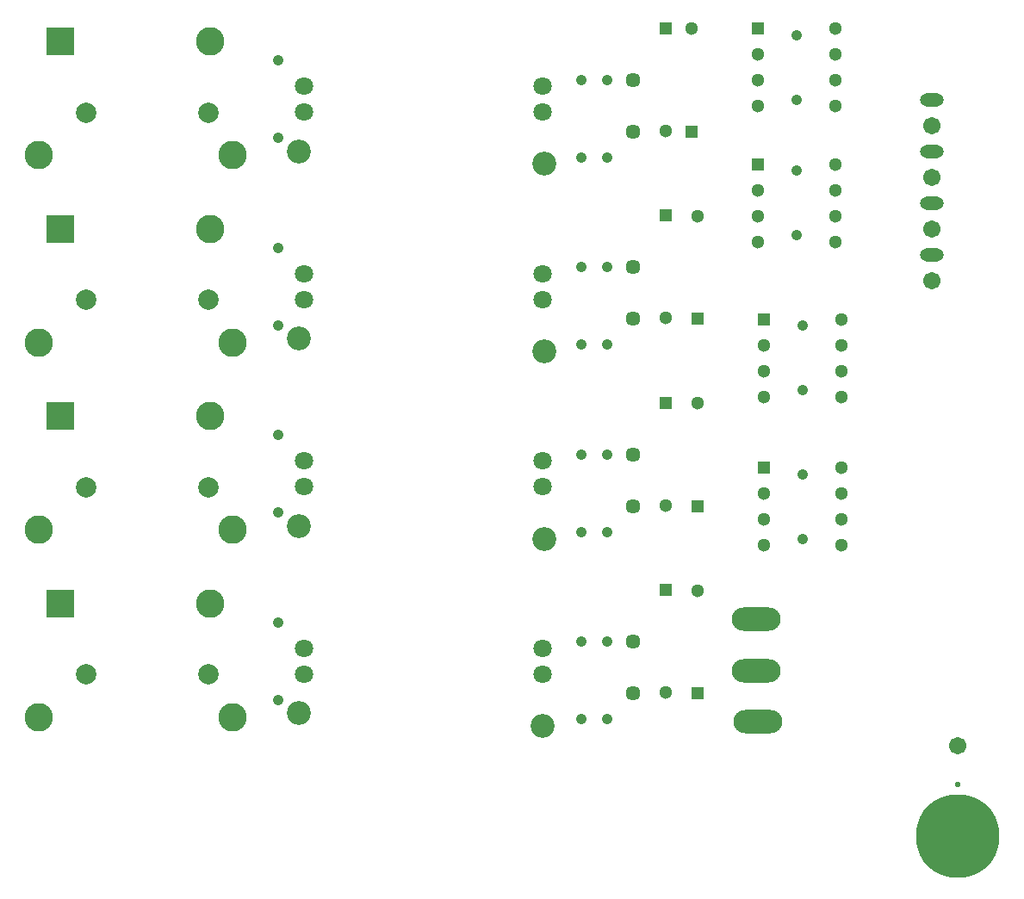
<source format=gbr>
G04 DipTrace 4.3.0.1*
G04 TopPaste.gbr*
%MOMM*%
G04 #@! TF.FileFunction,Paste,Top*
G04 #@! TF.Part,Single*
%ADD24C,2.0*%
%ADD43C,2.34*%
%ADD45C,1.705*%
%ADD47O,4.8X2.3*%
%ADD50C,0.55*%
%ADD52C,2.8*%
%ADD54R,2.8X2.8*%
%ADD56C,1.07*%
%ADD58C,1.07*%
%ADD59C,1.8*%
%ADD61C,8.2*%
%ADD63C,1.3*%
%ADD65R,1.3X1.3*%
%ADD67C,1.45*%
%ADD69O,2.34X1.3*%
%FSLAX35Y35*%
G04*
G71*
G90*
G75*
G01*
G04 TopPaste*
%LPD*%
D69*
X4191000Y2794000D3*
Y2286000D3*
Y1778000D3*
D67*
X1252000Y2481000D3*
Y2989000D3*
D65*
X1823500Y2481000D3*
D63*
Y3491000D3*
D65*
X1569500Y3497000D3*
D63*
Y2487000D3*
D61*
X4445000Y-4445000D3*
D59*
X-1986500Y2925500D3*
Y2671500D3*
X363000Y2925500D3*
Y2671500D3*
D58*
X-2240500Y3179500D3*
D56*
Y2417500D3*
D58*
X744000Y2227000D3*
D56*
Y2989000D3*
D58*
X998000D3*
D56*
Y2227000D3*
D54*
X-4381500Y3365500D3*
D52*
X-2901500D3*
X-4591500Y2245500D3*
X-2681500D3*
D50*
X4445000Y-3937000D3*
D67*
X1252000Y639500D3*
Y1147500D3*
D65*
X1887000Y639500D3*
D63*
Y1649500D3*
D65*
X1569500Y1655500D3*
D63*
Y645500D3*
D59*
X-1986500Y1084000D3*
Y830000D3*
X363000Y1084000D3*
Y830000D3*
D58*
X-2240500Y1338000D3*
D56*
Y576000D3*
D58*
X744000Y385500D3*
D56*
Y1147500D3*
D58*
X998000D3*
D56*
Y385500D3*
D54*
X-4381500Y1524000D3*
D52*
X-2901500D3*
X-4591500Y404000D3*
X-2681500D3*
D67*
X1252000Y-1202000D3*
Y-694000D3*
D65*
X1887000Y-1202000D3*
D63*
Y-192000D3*
D65*
X1569500Y-186000D3*
D63*
Y-1196000D3*
D59*
X-1986500Y-757500D3*
Y-1011500D3*
X363000Y-757500D3*
Y-1011500D3*
D58*
X-2240500Y-503500D3*
D56*
Y-1265500D3*
D58*
X744000Y-1456000D3*
D56*
Y-694000D3*
D58*
X998000D3*
D56*
Y-1456000D3*
D54*
X-4381500Y-317500D3*
D52*
X-2901500D3*
X-4591500Y-1437500D3*
X-2681500D3*
D67*
X1252000Y-3043500D3*
Y-2535500D3*
D65*
X1887000Y-3043500D3*
D63*
Y-2033500D3*
D65*
X1569500Y-2027500D3*
D63*
Y-3037500D3*
D59*
X-1986500Y-2599000D3*
Y-2853000D3*
X363000Y-2599000D3*
Y-2853000D3*
D58*
X-2240500Y-2345000D3*
D56*
Y-3107000D3*
D58*
X744000Y-3297500D3*
D56*
Y-2535500D3*
D58*
X998000D3*
D56*
Y-3297500D3*
D54*
X-4381500Y-2159000D3*
D52*
X-2901500D3*
X-4591500Y-3279000D3*
X-2681500D3*
D69*
X4191000Y1270000D3*
D24*
X-2921000Y2667000D3*
X-4121000D3*
X-2921000Y825500D3*
X-4121000D3*
D47*
X2460627Y-2317750D3*
Y-2817750D3*
D24*
X-2921000Y-1016000D3*
X-4121000D3*
X-2921000Y-2857500D3*
X-4121000D3*
D45*
X4445000Y-3556000D3*
X4191000Y2540000D3*
Y2032000D3*
Y1524000D3*
Y1016000D3*
D65*
X2476500Y3492500D3*
D63*
Y3238500D3*
Y2984500D3*
Y2730500D3*
X3238500D3*
Y2984500D3*
Y3238500D3*
Y3492500D3*
D58*
X2857500Y3429000D3*
D56*
Y2794000D3*
D65*
X2476500Y2159000D3*
D63*
Y1905000D3*
Y1651000D3*
Y1397000D3*
X3238500D3*
Y1651000D3*
Y1905000D3*
Y2159000D3*
D58*
X2857500Y2095500D3*
D56*
Y1460500D3*
D65*
X2540000Y635000D3*
D63*
Y381000D3*
Y127000D3*
Y-127000D3*
X3302000D3*
Y127000D3*
Y381000D3*
Y635000D3*
D58*
X2921000Y571500D3*
D56*
Y-63500D3*
D65*
X2540000Y-825500D3*
D63*
Y-1079500D3*
Y-1333500D3*
Y-1587500D3*
X3302000D3*
Y-1333500D3*
Y-1079500D3*
Y-825500D3*
D58*
X2921000Y-889000D3*
D56*
Y-1524000D3*
D43*
X-2032000Y2286000D3*
X381000Y2163500D3*
X-2032000Y444500D3*
X381000Y322000D3*
X-2032000Y-1397000D3*
X381000Y-1523500D3*
X-2032000Y-3238500D3*
X363000Y-3361000D3*
D47*
X2476500Y-3317877D3*
M02*

</source>
